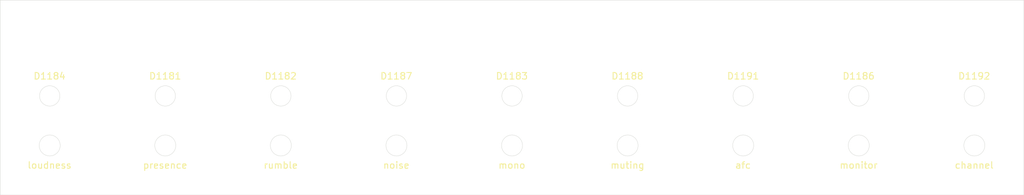
<source format=kicad_pcb>
(kicad_pcb (version 20171130) (host pcbnew "(5.1.7)-1")

  (general
    (thickness 1.6)
    (drawings 41)
    (tracks 0)
    (zones 0)
    (modules 4)
    (nets 1)
  )

  (page A4)
  (layers
    (0 F.Cu signal)
    (31 B.Cu signal)
    (32 B.Adhes user)
    (33 F.Adhes user)
    (34 B.Paste user)
    (35 F.Paste user)
    (36 B.SilkS user)
    (37 F.SilkS user)
    (38 B.Mask user)
    (39 F.Mask user)
    (40 Dwgs.User user)
    (41 Cmts.User user)
    (42 Eco1.User user)
    (43 Eco2.User user)
    (44 Edge.Cuts user)
    (45 Margin user)
    (46 B.CrtYd user)
    (47 F.CrtYd user)
    (48 B.Fab user)
    (49 F.Fab user hide)
  )

  (setup
    (last_trace_width 0.25)
    (user_trace_width 0.5)
    (user_trace_width 0.75)
    (user_trace_width 1.25)
    (trace_clearance 0.2)
    (zone_clearance 0.5)
    (zone_45_only yes)
    (trace_min 0.2)
    (via_size 0.8)
    (via_drill 0.4)
    (via_min_size 0.4)
    (via_min_drill 0.3)
    (uvia_size 0.3)
    (uvia_drill 0.1)
    (uvias_allowed no)
    (uvia_min_size 0.2)
    (uvia_min_drill 0.1)
    (edge_width 0.05)
    (segment_width 0.2)
    (pcb_text_width 0.3)
    (pcb_text_size 1.5 1.5)
    (mod_edge_width 0.12)
    (mod_text_size 1 1)
    (mod_text_width 0.15)
    (pad_size 3.2 3.2)
    (pad_drill 3.2)
    (pad_to_mask_clearance 0)
    (aux_axis_origin 0 0)
    (visible_elements 7FFFFF7F)
    (pcbplotparams
      (layerselection 0x010fc_ffffffff)
      (usegerberextensions true)
      (usegerberattributes false)
      (usegerberadvancedattributes false)
      (creategerberjobfile false)
      (excludeedgelayer true)
      (linewidth 0.100000)
      (plotframeref false)
      (viasonmask false)
      (mode 1)
      (useauxorigin false)
      (hpglpennumber 1)
      (hpglpenspeed 20)
      (hpglpendiameter 15.000000)
      (psnegative false)
      (psa4output false)
      (plotreference true)
      (plotvalue false)
      (plotinvisibletext false)
      (padsonsilk false)
      (subtractmaskfromsilk true)
      (outputformat 1)
      (mirror false)
      (drillshape 0)
      (scaleselection 1)
      (outputdirectory "gerber"))
  )

  (net 0 "")

  (net_class Default "This is the default net class."
    (clearance 0.2)
    (trace_width 0.25)
    (via_dia 0.8)
    (via_drill 0.4)
    (uvia_dia 0.3)
    (uvia_drill 0.1)
  )

  (module Mounting_Holes:MountingHole_3.5mm (layer F.Cu) (tedit 62F7FF86) (tstamp 62F800D3)
    (at 84.5 44.5)
    (descr "Mounting Hole 3.5mm, no annular")
    (tags "mounting hole 3.5mm no annular")
    (attr virtual)
    (fp_text reference M2 (at 0 -4.5) (layer F.SilkS) hide
      (effects (font (size 1 1) (thickness 0.15)))
    )
    (fp_text value MountingHole_3.5mm (at 0 4.5) (layer F.Fab) hide
      (effects (font (size 1 1) (thickness 0.15)))
    )
    (fp_circle (center 0 0) (end 3.5 0) (layer Cmts.User) (width 0.15))
    (fp_circle (center 0 0) (end 3.75 0) (layer F.CrtYd) (width 0.05))
    (fp_text user %R (at 0.3 0) (layer F.Fab) hide
      (effects (font (size 1 1) (thickness 0.15)))
    )
    (pad "" np_thru_hole circle (at 0 0) (size 3.2 3.2) (drill 3.2) (layers *.Cu *.Mask))
  )

  (module Mounting_Holes:MountingHole_3.5mm (layer F.Cu) (tedit 62F7FF7E) (tstamp 62F800CC)
    (at 176 44.5)
    (descr "Mounting Hole 3.5mm, no annular")
    (tags "mounting hole 3.5mm no annular")
    (attr virtual)
    (fp_text reference M3 (at 0 -4.5) (layer F.SilkS) hide
      (effects (font (size 1 1) (thickness 0.15)))
    )
    (fp_text value MountingHole_3.5mm (at 0 4.5) (layer F.Fab) hide
      (effects (font (size 1 1) (thickness 0.15)))
    )
    (fp_circle (center 0 0) (end 3.5 0) (layer Cmts.User) (width 0.15))
    (fp_circle (center 0 0) (end 3.75 0) (layer F.CrtYd) (width 0.05))
    (fp_text user %R (at 0.3 0) (layer F.Fab) hide
      (effects (font (size 1 1) (thickness 0.15)))
    )
    (pad "" np_thru_hole circle (at 0 0) (size 3.2 3.2) (drill 3.2) (layers *.Cu *.Mask))
  )

  (module Mounting_Holes:MountingHole_3.5mm (layer F.Cu) (tedit 62F7FF7E) (tstamp 5FC39EF1)
    (at 176 37)
    (descr "Mounting Hole 3.5mm, no annular")
    (tags "mounting hole 3.5mm no annular")
    (attr virtual)
    (fp_text reference M3 (at 0 -4.5) (layer F.SilkS) hide
      (effects (font (size 1 1) (thickness 0.15)))
    )
    (fp_text value MountingHole_3.5mm (at 0 4.5) (layer F.Fab) hide
      (effects (font (size 1 1) (thickness 0.15)))
    )
    (fp_circle (center 0 0) (end 3.75 0) (layer F.CrtYd) (width 0.05))
    (fp_circle (center 0 0) (end 3.5 0) (layer Cmts.User) (width 0.15))
    (fp_text user %R (at 0.3 0) (layer F.Fab) hide
      (effects (font (size 1 1) (thickness 0.15)))
    )
    (pad "" np_thru_hole circle (at 0 0) (size 3.2 3.2) (drill 3.2) (layers *.Cu *.Mask))
  )

  (module Mounting_Holes:MountingHole_3.5mm (layer F.Cu) (tedit 62F7FF86) (tstamp 5FC39ED5)
    (at 84.5 37)
    (descr "Mounting Hole 3.5mm, no annular")
    (tags "mounting hole 3.5mm no annular")
    (attr virtual)
    (fp_text reference M2 (at 0 -4.5) (layer F.SilkS) hide
      (effects (font (size 1 1) (thickness 0.15)))
    )
    (fp_text value MountingHole_3.5mm (at 0 4.5) (layer F.Fab) hide
      (effects (font (size 1 1) (thickness 0.15)))
    )
    (fp_circle (center 0 0) (end 3.75 0) (layer F.CrtYd) (width 0.05))
    (fp_circle (center 0 0) (end 3.5 0) (layer Cmts.User) (width 0.15))
    (fp_text user %R (at 0.3 0) (layer F.Fab) hide
      (effects (font (size 1 1) (thickness 0.15)))
    )
    (pad "" np_thru_hole circle (at 0 0) (size 3.2 3.2) (drill 3.2) (layers *.Cu *.Mask))
  )

  (gr_circle (center 198.27 54.5) (end 199.8575 54.5) (layer Edge.Cuts) (width 0.05) (tstamp 62F800F4))
  (gr_circle (center 180.77 54.5) (end 182.3575 54.5) (layer Edge.Cuts) (width 0.05) (tstamp 62F800F3))
  (gr_circle (center 163.27 54.5) (end 164.8575 54.5) (layer Edge.Cuts) (width 0.05) (tstamp 62F800F2))
  (gr_circle (center 145.77 54.5) (end 147.3575 54.5) (layer Edge.Cuts) (width 0.05) (tstamp 62F800F1))
  (gr_circle (center 128.27 54.5) (end 129.8575 54.5) (layer Edge.Cuts) (width 0.05) (tstamp 62F800F0))
  (gr_circle (center 110.77 54.5) (end 112.3575 54.5) (layer Edge.Cuts) (width 0.05) (tstamp 62F800EF))
  (gr_circle (center 93.27 54.5) (end 94.8575 54.5) (layer Edge.Cuts) (width 0.05) (tstamp 62F800EE))
  (gr_circle (center 75.77 54.5) (end 77.3575 54.5) (layer Edge.Cuts) (width 0.05) (tstamp 62F800ED))
  (gr_circle (center 58.27 54.5) (end 59.8575 54.5) (layer Edge.Cuts) (width 0.05) (tstamp 62F800EC))
  (gr_text loudness (at 58.25 57.5) (layer F.SilkS) (tstamp 62F800E2)
    (effects (font (size 1 1) (thickness 0.15)))
  )
  (gr_text presence (at 75.75 57.5) (layer F.SilkS) (tstamp 62F800E1)
    (effects (font (size 1 1) (thickness 0.15)))
  )
  (gr_text rumble (at 93.25 57.5) (layer F.SilkS) (tstamp 62F800E0)
    (effects (font (size 1 1) (thickness 0.15)))
  )
  (gr_text noise (at 110.75 57.5) (layer F.SilkS) (tstamp 62F800DF)
    (effects (font (size 1 1) (thickness 0.15)))
  )
  (gr_text mono (at 128.25 57.5) (layer F.SilkS) (tstamp 62F800DE)
    (effects (font (size 1 1) (thickness 0.15)))
  )
  (gr_text muting (at 145.75 57.5) (layer F.SilkS) (tstamp 62F800DD)
    (effects (font (size 1 1) (thickness 0.15)))
  )
  (gr_text monitor (at 180.75 57.5) (layer F.SilkS) (tstamp 62F800DC)
    (effects (font (size 1 1) (thickness 0.15)))
  )
  (gr_text afc (at 163.25 57.5) (layer F.SilkS) (tstamp 62F800DB)
    (effects (font (size 1 1) (thickness 0.15)))
  )
  (gr_text channel (at 198.25 57.5) (layer F.SilkS) (tstamp 62F800DA)
    (effects (font (size 1 1) (thickness 0.15)))
  )
  (gr_line (start 50.77 32.5) (end 50.77 62) (layer Edge.Cuts) (width 0.05) (tstamp 62F7FFE1))
  (gr_circle (center 198.27 47) (end 199.8075 47) (layer Edge.Cuts) (width 0.05) (tstamp 62F7FDC9))
  (gr_circle (center 180.77 47) (end 182.3075 47) (layer Edge.Cuts) (width 0.05) (tstamp 62F7FDC7))
  (gr_circle (center 163.27 47) (end 164.8075 47) (layer Edge.Cuts) (width 0.05) (tstamp 62F7FDC2))
  (gr_circle (center 145.77 47) (end 147.3075 47) (layer Edge.Cuts) (width 0.05) (tstamp 62F7FDC0))
  (gr_circle (center 128.27 47) (end 129.8075 47) (layer Edge.Cuts) (width 0.05) (tstamp 62F7FDBE))
  (gr_circle (center 110.77 47) (end 112.3075 47) (layer Edge.Cuts) (width 0.05) (tstamp 62F7FDBC))
  (gr_circle (center 93.27 47) (end 94.8075 47) (layer Edge.Cuts) (width 0.05) (tstamp 62F7FDBA))
  (gr_circle (center 75.77 47) (end 77.3075 47) (layer Edge.Cuts) (width 0.05) (tstamp 62F7FDB8))
  (gr_circle (center 58.27 47) (end 59.8075 47) (layer Edge.Cuts) (width 0.05))
  (gr_text D1192 (at 198.25 44) (layer F.SilkS)
    (effects (font (size 1 1) (thickness 0.15)))
  )
  (gr_text D1186 (at 180.75 44) (layer F.SilkS)
    (effects (font (size 1 1) (thickness 0.15)))
  )
  (gr_text D1191 (at 163.25 44) (layer F.SilkS)
    (effects (font (size 1 1) (thickness 0.15)))
  )
  (gr_text D1188 (at 145.75 44) (layer F.SilkS)
    (effects (font (size 1 1) (thickness 0.15)))
  )
  (gr_text D1183 (at 128.25 44) (layer F.SilkS)
    (effects (font (size 1 1) (thickness 0.15)))
  )
  (gr_text D1187 (at 110.75 44) (layer F.SilkS)
    (effects (font (size 1 1) (thickness 0.15)))
  )
  (gr_text D1182 (at 93.25 44) (layer F.SilkS)
    (effects (font (size 1 1) (thickness 0.15)))
  )
  (gr_text D1181 (at 75.75 44) (layer F.SilkS)
    (effects (font (size 1 1) (thickness 0.15)))
  )
  (gr_text D1184 (at 58.25 44) (layer F.SilkS)
    (effects (font (size 1 1) (thickness 0.15)))
  )
  (gr_line (start 50.77 32.5) (end 90 32.5) (layer Edge.Cuts) (width 0.05) (tstamp 5FC3A131))
  (gr_line (start 205.77 32.5) (end 90 32.5) (layer Edge.Cuts) (width 0.05))
  (gr_line (start 50.77 62) (end 205.77 62) (layer Edge.Cuts) (width 0.05))
  (gr_line (start 205.77 32.5) (end 205.77 62) (layer Edge.Cuts) (width 0.05))

)

</source>
